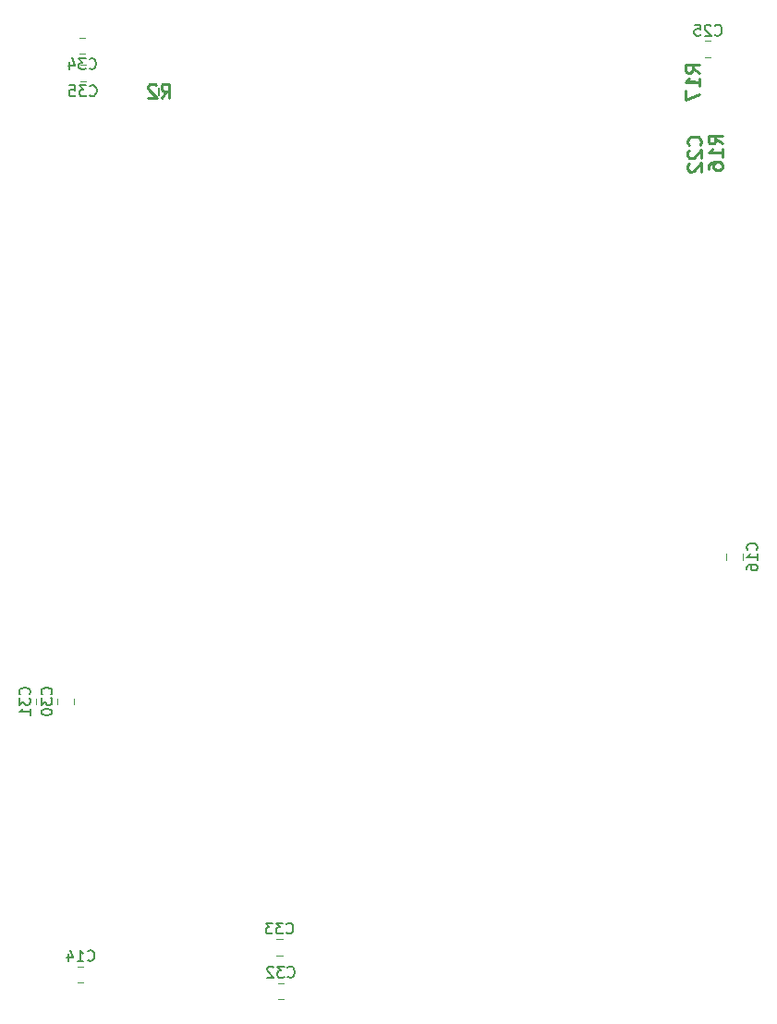
<source format=gbr>
%TF.GenerationSoftware,KiCad,Pcbnew,9.0.7*%
%TF.CreationDate,2026-02-25T22:32:00-06:00*%
%TF.ProjectId,circle_of_life,63697263-6c65-45f6-9f66-5f6c6966652e,rev?*%
%TF.SameCoordinates,Original*%
%TF.FileFunction,Legend,Bot*%
%TF.FilePolarity,Positive*%
%FSLAX46Y46*%
G04 Gerber Fmt 4.6, Leading zero omitted, Abs format (unit mm)*
G04 Created by KiCad (PCBNEW 9.0.7) date 2026-02-25 22:32:00*
%MOMM*%
%LPD*%
G01*
G04 APERTURE LIST*
%ADD10C,0.254000*%
%ADD11C,0.150000*%
%ADD12C,0.200000*%
%ADD13C,0.120000*%
G04 APERTURE END LIST*
D10*
X151174318Y-111693571D02*
X150569556Y-111270237D01*
X151174318Y-110967856D02*
X149904318Y-110967856D01*
X149904318Y-110967856D02*
X149904318Y-111451666D01*
X149904318Y-111451666D02*
X149964794Y-111572618D01*
X149964794Y-111572618D02*
X150025270Y-111633095D01*
X150025270Y-111633095D02*
X150146222Y-111693571D01*
X150146222Y-111693571D02*
X150327651Y-111693571D01*
X150327651Y-111693571D02*
X150448603Y-111633095D01*
X150448603Y-111633095D02*
X150509080Y-111572618D01*
X150509080Y-111572618D02*
X150569556Y-111451666D01*
X150569556Y-111451666D02*
X150569556Y-110967856D01*
X151174318Y-112903095D02*
X151174318Y-112177380D01*
X151174318Y-112540237D02*
X149904318Y-112540237D01*
X149904318Y-112540237D02*
X150085746Y-112419285D01*
X150085746Y-112419285D02*
X150206699Y-112298333D01*
X150206699Y-112298333D02*
X150267175Y-112177380D01*
X149904318Y-113326428D02*
X149904318Y-114173095D01*
X149904318Y-114173095D02*
X151174318Y-113628809D01*
D11*
X95292857Y-111259580D02*
X95340476Y-111307200D01*
X95340476Y-111307200D02*
X95483333Y-111354819D01*
X95483333Y-111354819D02*
X95578571Y-111354819D01*
X95578571Y-111354819D02*
X95721428Y-111307200D01*
X95721428Y-111307200D02*
X95816666Y-111211961D01*
X95816666Y-111211961D02*
X95864285Y-111116723D01*
X95864285Y-111116723D02*
X95911904Y-110926247D01*
X95911904Y-110926247D02*
X95911904Y-110783390D01*
X95911904Y-110783390D02*
X95864285Y-110592914D01*
X95864285Y-110592914D02*
X95816666Y-110497676D01*
X95816666Y-110497676D02*
X95721428Y-110402438D01*
X95721428Y-110402438D02*
X95578571Y-110354819D01*
X95578571Y-110354819D02*
X95483333Y-110354819D01*
X95483333Y-110354819D02*
X95340476Y-110402438D01*
X95340476Y-110402438D02*
X95292857Y-110450057D01*
X94959523Y-110354819D02*
X94340476Y-110354819D01*
X94340476Y-110354819D02*
X94673809Y-110735771D01*
X94673809Y-110735771D02*
X94530952Y-110735771D01*
X94530952Y-110735771D02*
X94435714Y-110783390D01*
X94435714Y-110783390D02*
X94388095Y-110831009D01*
X94388095Y-110831009D02*
X94340476Y-110926247D01*
X94340476Y-110926247D02*
X94340476Y-111164342D01*
X94340476Y-111164342D02*
X94388095Y-111259580D01*
X94388095Y-111259580D02*
X94435714Y-111307200D01*
X94435714Y-111307200D02*
X94530952Y-111354819D01*
X94530952Y-111354819D02*
X94816666Y-111354819D01*
X94816666Y-111354819D02*
X94911904Y-111307200D01*
X94911904Y-111307200D02*
X94959523Y-111259580D01*
X93483333Y-110688152D02*
X93483333Y-111354819D01*
X93721428Y-110307200D02*
X93959523Y-111021485D01*
X93959523Y-111021485D02*
X93340476Y-111021485D01*
X156439580Y-155387142D02*
X156487200Y-155339523D01*
X156487200Y-155339523D02*
X156534819Y-155196666D01*
X156534819Y-155196666D02*
X156534819Y-155101428D01*
X156534819Y-155101428D02*
X156487200Y-154958571D01*
X156487200Y-154958571D02*
X156391961Y-154863333D01*
X156391961Y-154863333D02*
X156296723Y-154815714D01*
X156296723Y-154815714D02*
X156106247Y-154768095D01*
X156106247Y-154768095D02*
X155963390Y-154768095D01*
X155963390Y-154768095D02*
X155772914Y-154815714D01*
X155772914Y-154815714D02*
X155677676Y-154863333D01*
X155677676Y-154863333D02*
X155582438Y-154958571D01*
X155582438Y-154958571D02*
X155534819Y-155101428D01*
X155534819Y-155101428D02*
X155534819Y-155196666D01*
X155534819Y-155196666D02*
X155582438Y-155339523D01*
X155582438Y-155339523D02*
X155630057Y-155387142D01*
X156534819Y-156339523D02*
X156534819Y-155768095D01*
X156534819Y-156053809D02*
X155534819Y-156053809D01*
X155534819Y-156053809D02*
X155677676Y-155958571D01*
X155677676Y-155958571D02*
X155772914Y-155863333D01*
X155772914Y-155863333D02*
X155820533Y-155768095D01*
X155534819Y-157196666D02*
X155534819Y-157006190D01*
X155534819Y-157006190D02*
X155582438Y-156910952D01*
X155582438Y-156910952D02*
X155630057Y-156863333D01*
X155630057Y-156863333D02*
X155772914Y-156768095D01*
X155772914Y-156768095D02*
X155963390Y-156720476D01*
X155963390Y-156720476D02*
X156344342Y-156720476D01*
X156344342Y-156720476D02*
X156439580Y-156768095D01*
X156439580Y-156768095D02*
X156487200Y-156815714D01*
X156487200Y-156815714D02*
X156534819Y-156910952D01*
X156534819Y-156910952D02*
X156534819Y-157101428D01*
X156534819Y-157101428D02*
X156487200Y-157196666D01*
X156487200Y-157196666D02*
X156439580Y-157244285D01*
X156439580Y-157244285D02*
X156344342Y-157291904D01*
X156344342Y-157291904D02*
X156106247Y-157291904D01*
X156106247Y-157291904D02*
X156011009Y-157244285D01*
X156011009Y-157244285D02*
X155963390Y-157196666D01*
X155963390Y-157196666D02*
X155915771Y-157101428D01*
X155915771Y-157101428D02*
X155915771Y-156910952D01*
X155915771Y-156910952D02*
X155963390Y-156815714D01*
X155963390Y-156815714D02*
X156011009Y-156768095D01*
X156011009Y-156768095D02*
X156106247Y-156720476D01*
D10*
X151253365Y-118313571D02*
X151313842Y-118253095D01*
X151313842Y-118253095D02*
X151374318Y-118071666D01*
X151374318Y-118071666D02*
X151374318Y-117950714D01*
X151374318Y-117950714D02*
X151313842Y-117769285D01*
X151313842Y-117769285D02*
X151192889Y-117648333D01*
X151192889Y-117648333D02*
X151071937Y-117587856D01*
X151071937Y-117587856D02*
X150830032Y-117527380D01*
X150830032Y-117527380D02*
X150648603Y-117527380D01*
X150648603Y-117527380D02*
X150406699Y-117587856D01*
X150406699Y-117587856D02*
X150285746Y-117648333D01*
X150285746Y-117648333D02*
X150164794Y-117769285D01*
X150164794Y-117769285D02*
X150104318Y-117950714D01*
X150104318Y-117950714D02*
X150104318Y-118071666D01*
X150104318Y-118071666D02*
X150164794Y-118253095D01*
X150164794Y-118253095D02*
X150225270Y-118313571D01*
X150225270Y-118797380D02*
X150164794Y-118857856D01*
X150164794Y-118857856D02*
X150104318Y-118978809D01*
X150104318Y-118978809D02*
X150104318Y-119281190D01*
X150104318Y-119281190D02*
X150164794Y-119402142D01*
X150164794Y-119402142D02*
X150225270Y-119462618D01*
X150225270Y-119462618D02*
X150346222Y-119523095D01*
X150346222Y-119523095D02*
X150467175Y-119523095D01*
X150467175Y-119523095D02*
X150648603Y-119462618D01*
X150648603Y-119462618D02*
X151374318Y-118736904D01*
X151374318Y-118736904D02*
X151374318Y-119523095D01*
X150225270Y-120006904D02*
X150164794Y-120067380D01*
X150164794Y-120067380D02*
X150104318Y-120188333D01*
X150104318Y-120188333D02*
X150104318Y-120490714D01*
X150104318Y-120490714D02*
X150164794Y-120611666D01*
X150164794Y-120611666D02*
X150225270Y-120672142D01*
X150225270Y-120672142D02*
X150346222Y-120732619D01*
X150346222Y-120732619D02*
X150467175Y-120732619D01*
X150467175Y-120732619D02*
X150648603Y-120672142D01*
X150648603Y-120672142D02*
X151374318Y-119946428D01*
X151374318Y-119946428D02*
X151374318Y-120732619D01*
D11*
X95332857Y-113739580D02*
X95380476Y-113787200D01*
X95380476Y-113787200D02*
X95523333Y-113834819D01*
X95523333Y-113834819D02*
X95618571Y-113834819D01*
X95618571Y-113834819D02*
X95761428Y-113787200D01*
X95761428Y-113787200D02*
X95856666Y-113691961D01*
X95856666Y-113691961D02*
X95904285Y-113596723D01*
X95904285Y-113596723D02*
X95951904Y-113406247D01*
X95951904Y-113406247D02*
X95951904Y-113263390D01*
X95951904Y-113263390D02*
X95904285Y-113072914D01*
X95904285Y-113072914D02*
X95856666Y-112977676D01*
X95856666Y-112977676D02*
X95761428Y-112882438D01*
X95761428Y-112882438D02*
X95618571Y-112834819D01*
X95618571Y-112834819D02*
X95523333Y-112834819D01*
X95523333Y-112834819D02*
X95380476Y-112882438D01*
X95380476Y-112882438D02*
X95332857Y-112930057D01*
X94999523Y-112834819D02*
X94380476Y-112834819D01*
X94380476Y-112834819D02*
X94713809Y-113215771D01*
X94713809Y-113215771D02*
X94570952Y-113215771D01*
X94570952Y-113215771D02*
X94475714Y-113263390D01*
X94475714Y-113263390D02*
X94428095Y-113311009D01*
X94428095Y-113311009D02*
X94380476Y-113406247D01*
X94380476Y-113406247D02*
X94380476Y-113644342D01*
X94380476Y-113644342D02*
X94428095Y-113739580D01*
X94428095Y-113739580D02*
X94475714Y-113787200D01*
X94475714Y-113787200D02*
X94570952Y-113834819D01*
X94570952Y-113834819D02*
X94856666Y-113834819D01*
X94856666Y-113834819D02*
X94951904Y-113787200D01*
X94951904Y-113787200D02*
X94999523Y-113739580D01*
X93475714Y-112834819D02*
X93951904Y-112834819D01*
X93951904Y-112834819D02*
X93999523Y-113311009D01*
X93999523Y-113311009D02*
X93951904Y-113263390D01*
X93951904Y-113263390D02*
X93856666Y-113215771D01*
X93856666Y-113215771D02*
X93618571Y-113215771D01*
X93618571Y-113215771D02*
X93523333Y-113263390D01*
X93523333Y-113263390D02*
X93475714Y-113311009D01*
X93475714Y-113311009D02*
X93428095Y-113406247D01*
X93428095Y-113406247D02*
X93428095Y-113644342D01*
X93428095Y-113644342D02*
X93475714Y-113739580D01*
X93475714Y-113739580D02*
X93523333Y-113787200D01*
X93523333Y-113787200D02*
X93618571Y-113834819D01*
X93618571Y-113834819D02*
X93856666Y-113834819D01*
X93856666Y-113834819D02*
X93951904Y-113787200D01*
X93951904Y-113787200D02*
X93999523Y-113739580D01*
X152628653Y-108189580D02*
X152676272Y-108237200D01*
X152676272Y-108237200D02*
X152819129Y-108284819D01*
X152819129Y-108284819D02*
X152914367Y-108284819D01*
X152914367Y-108284819D02*
X153057224Y-108237200D01*
X153057224Y-108237200D02*
X153152462Y-108141961D01*
X153152462Y-108141961D02*
X153200081Y-108046723D01*
X153200081Y-108046723D02*
X153247700Y-107856247D01*
X153247700Y-107856247D02*
X153247700Y-107713390D01*
X153247700Y-107713390D02*
X153200081Y-107522914D01*
X153200081Y-107522914D02*
X153152462Y-107427676D01*
X153152462Y-107427676D02*
X153057224Y-107332438D01*
X153057224Y-107332438D02*
X152914367Y-107284819D01*
X152914367Y-107284819D02*
X152819129Y-107284819D01*
X152819129Y-107284819D02*
X152676272Y-107332438D01*
X152676272Y-107332438D02*
X152628653Y-107380057D01*
X152247700Y-107380057D02*
X152200081Y-107332438D01*
X152200081Y-107332438D02*
X152104843Y-107284819D01*
X152104843Y-107284819D02*
X151866748Y-107284819D01*
X151866748Y-107284819D02*
X151771510Y-107332438D01*
X151771510Y-107332438D02*
X151723891Y-107380057D01*
X151723891Y-107380057D02*
X151676272Y-107475295D01*
X151676272Y-107475295D02*
X151676272Y-107570533D01*
X151676272Y-107570533D02*
X151723891Y-107713390D01*
X151723891Y-107713390D02*
X152295319Y-108284819D01*
X152295319Y-108284819D02*
X151676272Y-108284819D01*
X150771510Y-107284819D02*
X151247700Y-107284819D01*
X151247700Y-107284819D02*
X151295319Y-107761009D01*
X151295319Y-107761009D02*
X151247700Y-107713390D01*
X151247700Y-107713390D02*
X151152462Y-107665771D01*
X151152462Y-107665771D02*
X150914367Y-107665771D01*
X150914367Y-107665771D02*
X150819129Y-107713390D01*
X150819129Y-107713390D02*
X150771510Y-107761009D01*
X150771510Y-107761009D02*
X150723891Y-107856247D01*
X150723891Y-107856247D02*
X150723891Y-108094342D01*
X150723891Y-108094342D02*
X150771510Y-108189580D01*
X150771510Y-108189580D02*
X150819129Y-108237200D01*
X150819129Y-108237200D02*
X150914367Y-108284819D01*
X150914367Y-108284819D02*
X151152462Y-108284819D01*
X151152462Y-108284819D02*
X151247700Y-108237200D01*
X151247700Y-108237200D02*
X151295319Y-108189580D01*
D10*
X153274318Y-118183571D02*
X152669556Y-117760237D01*
X153274318Y-117457856D02*
X152004318Y-117457856D01*
X152004318Y-117457856D02*
X152004318Y-117941666D01*
X152004318Y-117941666D02*
X152064794Y-118062618D01*
X152064794Y-118062618D02*
X152125270Y-118123095D01*
X152125270Y-118123095D02*
X152246222Y-118183571D01*
X152246222Y-118183571D02*
X152427651Y-118183571D01*
X152427651Y-118183571D02*
X152548603Y-118123095D01*
X152548603Y-118123095D02*
X152609080Y-118062618D01*
X152609080Y-118062618D02*
X152669556Y-117941666D01*
X152669556Y-117941666D02*
X152669556Y-117457856D01*
X153274318Y-119393095D02*
X153274318Y-118667380D01*
X153274318Y-119030237D02*
X152004318Y-119030237D01*
X152004318Y-119030237D02*
X152185746Y-118909285D01*
X152185746Y-118909285D02*
X152306699Y-118788333D01*
X152306699Y-118788333D02*
X152367175Y-118667380D01*
X152004318Y-120481666D02*
X152004318Y-120239761D01*
X152004318Y-120239761D02*
X152064794Y-120118809D01*
X152064794Y-120118809D02*
X152125270Y-120058333D01*
X152125270Y-120058333D02*
X152306699Y-119937380D01*
X152306699Y-119937380D02*
X152548603Y-119876904D01*
X152548603Y-119876904D02*
X153032413Y-119876904D01*
X153032413Y-119876904D02*
X153153365Y-119937380D01*
X153153365Y-119937380D02*
X153213842Y-119997857D01*
X153213842Y-119997857D02*
X153274318Y-120118809D01*
X153274318Y-120118809D02*
X153274318Y-120360714D01*
X153274318Y-120360714D02*
X153213842Y-120481666D01*
X153213842Y-120481666D02*
X153153365Y-120542142D01*
X153153365Y-120542142D02*
X153032413Y-120602619D01*
X153032413Y-120602619D02*
X152730032Y-120602619D01*
X152730032Y-120602619D02*
X152609080Y-120542142D01*
X152609080Y-120542142D02*
X152548603Y-120481666D01*
X152548603Y-120481666D02*
X152488127Y-120360714D01*
X152488127Y-120360714D02*
X152488127Y-120118809D01*
X152488127Y-120118809D02*
X152548603Y-119997857D01*
X152548603Y-119997857D02*
X152609080Y-119937380D01*
X152609080Y-119937380D02*
X152730032Y-119876904D01*
D11*
X113472857Y-194479580D02*
X113520476Y-194527200D01*
X113520476Y-194527200D02*
X113663333Y-194574819D01*
X113663333Y-194574819D02*
X113758571Y-194574819D01*
X113758571Y-194574819D02*
X113901428Y-194527200D01*
X113901428Y-194527200D02*
X113996666Y-194431961D01*
X113996666Y-194431961D02*
X114044285Y-194336723D01*
X114044285Y-194336723D02*
X114091904Y-194146247D01*
X114091904Y-194146247D02*
X114091904Y-194003390D01*
X114091904Y-194003390D02*
X114044285Y-193812914D01*
X114044285Y-193812914D02*
X113996666Y-193717676D01*
X113996666Y-193717676D02*
X113901428Y-193622438D01*
X113901428Y-193622438D02*
X113758571Y-193574819D01*
X113758571Y-193574819D02*
X113663333Y-193574819D01*
X113663333Y-193574819D02*
X113520476Y-193622438D01*
X113520476Y-193622438D02*
X113472857Y-193670057D01*
X113139523Y-193574819D02*
X112520476Y-193574819D01*
X112520476Y-193574819D02*
X112853809Y-193955771D01*
X112853809Y-193955771D02*
X112710952Y-193955771D01*
X112710952Y-193955771D02*
X112615714Y-194003390D01*
X112615714Y-194003390D02*
X112568095Y-194051009D01*
X112568095Y-194051009D02*
X112520476Y-194146247D01*
X112520476Y-194146247D02*
X112520476Y-194384342D01*
X112520476Y-194384342D02*
X112568095Y-194479580D01*
X112568095Y-194479580D02*
X112615714Y-194527200D01*
X112615714Y-194527200D02*
X112710952Y-194574819D01*
X112710952Y-194574819D02*
X112996666Y-194574819D01*
X112996666Y-194574819D02*
X113091904Y-194527200D01*
X113091904Y-194527200D02*
X113139523Y-194479580D01*
X112139523Y-193670057D02*
X112091904Y-193622438D01*
X112091904Y-193622438D02*
X111996666Y-193574819D01*
X111996666Y-193574819D02*
X111758571Y-193574819D01*
X111758571Y-193574819D02*
X111663333Y-193622438D01*
X111663333Y-193622438D02*
X111615714Y-193670057D01*
X111615714Y-193670057D02*
X111568095Y-193765295D01*
X111568095Y-193765295D02*
X111568095Y-193860533D01*
X111568095Y-193860533D02*
X111615714Y-194003390D01*
X111615714Y-194003390D02*
X112187142Y-194574819D01*
X112187142Y-194574819D02*
X111568095Y-194574819D01*
D10*
X101891666Y-113974318D02*
X102315000Y-113369556D01*
X102617381Y-113974318D02*
X102617381Y-112704318D01*
X102617381Y-112704318D02*
X102133571Y-112704318D01*
X102133571Y-112704318D02*
X102012619Y-112764794D01*
X102012619Y-112764794D02*
X101952142Y-112825270D01*
X101952142Y-112825270D02*
X101891666Y-112946222D01*
X101891666Y-112946222D02*
X101891666Y-113127651D01*
X101891666Y-113127651D02*
X101952142Y-113248603D01*
X101952142Y-113248603D02*
X102012619Y-113309080D01*
X102012619Y-113309080D02*
X102133571Y-113369556D01*
X102133571Y-113369556D02*
X102617381Y-113369556D01*
X101407857Y-112825270D02*
X101347381Y-112764794D01*
X101347381Y-112764794D02*
X101226428Y-112704318D01*
X101226428Y-112704318D02*
X100924047Y-112704318D01*
X100924047Y-112704318D02*
X100803095Y-112764794D01*
X100803095Y-112764794D02*
X100742619Y-112825270D01*
X100742619Y-112825270D02*
X100682142Y-112946222D01*
X100682142Y-112946222D02*
X100682142Y-113067175D01*
X100682142Y-113067175D02*
X100742619Y-113248603D01*
X100742619Y-113248603D02*
X101468333Y-113974318D01*
X101468333Y-113974318D02*
X100682142Y-113974318D01*
D11*
X95142857Y-192979580D02*
X95190476Y-193027200D01*
X95190476Y-193027200D02*
X95333333Y-193074819D01*
X95333333Y-193074819D02*
X95428571Y-193074819D01*
X95428571Y-193074819D02*
X95571428Y-193027200D01*
X95571428Y-193027200D02*
X95666666Y-192931961D01*
X95666666Y-192931961D02*
X95714285Y-192836723D01*
X95714285Y-192836723D02*
X95761904Y-192646247D01*
X95761904Y-192646247D02*
X95761904Y-192503390D01*
X95761904Y-192503390D02*
X95714285Y-192312914D01*
X95714285Y-192312914D02*
X95666666Y-192217676D01*
X95666666Y-192217676D02*
X95571428Y-192122438D01*
X95571428Y-192122438D02*
X95428571Y-192074819D01*
X95428571Y-192074819D02*
X95333333Y-192074819D01*
X95333333Y-192074819D02*
X95190476Y-192122438D01*
X95190476Y-192122438D02*
X95142857Y-192170057D01*
X94190476Y-193074819D02*
X94761904Y-193074819D01*
X94476190Y-193074819D02*
X94476190Y-192074819D01*
X94476190Y-192074819D02*
X94571428Y-192217676D01*
X94571428Y-192217676D02*
X94666666Y-192312914D01*
X94666666Y-192312914D02*
X94761904Y-192360533D01*
X93333333Y-192408152D02*
X93333333Y-193074819D01*
X93571428Y-192027200D02*
X93809523Y-192741485D01*
X93809523Y-192741485D02*
X93190476Y-192741485D01*
X91779580Y-168627142D02*
X91827200Y-168579523D01*
X91827200Y-168579523D02*
X91874819Y-168436666D01*
X91874819Y-168436666D02*
X91874819Y-168341428D01*
X91874819Y-168341428D02*
X91827200Y-168198571D01*
X91827200Y-168198571D02*
X91731961Y-168103333D01*
X91731961Y-168103333D02*
X91636723Y-168055714D01*
X91636723Y-168055714D02*
X91446247Y-168008095D01*
X91446247Y-168008095D02*
X91303390Y-168008095D01*
X91303390Y-168008095D02*
X91112914Y-168055714D01*
X91112914Y-168055714D02*
X91017676Y-168103333D01*
X91017676Y-168103333D02*
X90922438Y-168198571D01*
X90922438Y-168198571D02*
X90874819Y-168341428D01*
X90874819Y-168341428D02*
X90874819Y-168436666D01*
X90874819Y-168436666D02*
X90922438Y-168579523D01*
X90922438Y-168579523D02*
X90970057Y-168627142D01*
X90874819Y-168960476D02*
X90874819Y-169579523D01*
X90874819Y-169579523D02*
X91255771Y-169246190D01*
X91255771Y-169246190D02*
X91255771Y-169389047D01*
X91255771Y-169389047D02*
X91303390Y-169484285D01*
X91303390Y-169484285D02*
X91351009Y-169531904D01*
X91351009Y-169531904D02*
X91446247Y-169579523D01*
X91446247Y-169579523D02*
X91684342Y-169579523D01*
X91684342Y-169579523D02*
X91779580Y-169531904D01*
X91779580Y-169531904D02*
X91827200Y-169484285D01*
X91827200Y-169484285D02*
X91874819Y-169389047D01*
X91874819Y-169389047D02*
X91874819Y-169103333D01*
X91874819Y-169103333D02*
X91827200Y-169008095D01*
X91827200Y-169008095D02*
X91779580Y-168960476D01*
X90874819Y-170198571D02*
X90874819Y-170293809D01*
X90874819Y-170293809D02*
X90922438Y-170389047D01*
X90922438Y-170389047D02*
X90970057Y-170436666D01*
X90970057Y-170436666D02*
X91065295Y-170484285D01*
X91065295Y-170484285D02*
X91255771Y-170531904D01*
X91255771Y-170531904D02*
X91493866Y-170531904D01*
X91493866Y-170531904D02*
X91684342Y-170484285D01*
X91684342Y-170484285D02*
X91779580Y-170436666D01*
X91779580Y-170436666D02*
X91827200Y-170389047D01*
X91827200Y-170389047D02*
X91874819Y-170293809D01*
X91874819Y-170293809D02*
X91874819Y-170198571D01*
X91874819Y-170198571D02*
X91827200Y-170103333D01*
X91827200Y-170103333D02*
X91779580Y-170055714D01*
X91779580Y-170055714D02*
X91684342Y-170008095D01*
X91684342Y-170008095D02*
X91493866Y-169960476D01*
X91493866Y-169960476D02*
X91255771Y-169960476D01*
X91255771Y-169960476D02*
X91065295Y-170008095D01*
X91065295Y-170008095D02*
X90970057Y-170055714D01*
X90970057Y-170055714D02*
X90922438Y-170103333D01*
X90922438Y-170103333D02*
X90874819Y-170198571D01*
X89779580Y-168627142D02*
X89827200Y-168579523D01*
X89827200Y-168579523D02*
X89874819Y-168436666D01*
X89874819Y-168436666D02*
X89874819Y-168341428D01*
X89874819Y-168341428D02*
X89827200Y-168198571D01*
X89827200Y-168198571D02*
X89731961Y-168103333D01*
X89731961Y-168103333D02*
X89636723Y-168055714D01*
X89636723Y-168055714D02*
X89446247Y-168008095D01*
X89446247Y-168008095D02*
X89303390Y-168008095D01*
X89303390Y-168008095D02*
X89112914Y-168055714D01*
X89112914Y-168055714D02*
X89017676Y-168103333D01*
X89017676Y-168103333D02*
X88922438Y-168198571D01*
X88922438Y-168198571D02*
X88874819Y-168341428D01*
X88874819Y-168341428D02*
X88874819Y-168436666D01*
X88874819Y-168436666D02*
X88922438Y-168579523D01*
X88922438Y-168579523D02*
X88970057Y-168627142D01*
X88874819Y-168960476D02*
X88874819Y-169579523D01*
X88874819Y-169579523D02*
X89255771Y-169246190D01*
X89255771Y-169246190D02*
X89255771Y-169389047D01*
X89255771Y-169389047D02*
X89303390Y-169484285D01*
X89303390Y-169484285D02*
X89351009Y-169531904D01*
X89351009Y-169531904D02*
X89446247Y-169579523D01*
X89446247Y-169579523D02*
X89684342Y-169579523D01*
X89684342Y-169579523D02*
X89779580Y-169531904D01*
X89779580Y-169531904D02*
X89827200Y-169484285D01*
X89827200Y-169484285D02*
X89874819Y-169389047D01*
X89874819Y-169389047D02*
X89874819Y-169103333D01*
X89874819Y-169103333D02*
X89827200Y-169008095D01*
X89827200Y-169008095D02*
X89779580Y-168960476D01*
X89874819Y-170531904D02*
X89874819Y-169960476D01*
X89874819Y-170246190D02*
X88874819Y-170246190D01*
X88874819Y-170246190D02*
X89017676Y-170150952D01*
X89017676Y-170150952D02*
X89112914Y-170055714D01*
X89112914Y-170055714D02*
X89160533Y-169960476D01*
X113352857Y-190479580D02*
X113400476Y-190527200D01*
X113400476Y-190527200D02*
X113543333Y-190574819D01*
X113543333Y-190574819D02*
X113638571Y-190574819D01*
X113638571Y-190574819D02*
X113781428Y-190527200D01*
X113781428Y-190527200D02*
X113876666Y-190431961D01*
X113876666Y-190431961D02*
X113924285Y-190336723D01*
X113924285Y-190336723D02*
X113971904Y-190146247D01*
X113971904Y-190146247D02*
X113971904Y-190003390D01*
X113971904Y-190003390D02*
X113924285Y-189812914D01*
X113924285Y-189812914D02*
X113876666Y-189717676D01*
X113876666Y-189717676D02*
X113781428Y-189622438D01*
X113781428Y-189622438D02*
X113638571Y-189574819D01*
X113638571Y-189574819D02*
X113543333Y-189574819D01*
X113543333Y-189574819D02*
X113400476Y-189622438D01*
X113400476Y-189622438D02*
X113352857Y-189670057D01*
X113019523Y-189574819D02*
X112400476Y-189574819D01*
X112400476Y-189574819D02*
X112733809Y-189955771D01*
X112733809Y-189955771D02*
X112590952Y-189955771D01*
X112590952Y-189955771D02*
X112495714Y-190003390D01*
X112495714Y-190003390D02*
X112448095Y-190051009D01*
X112448095Y-190051009D02*
X112400476Y-190146247D01*
X112400476Y-190146247D02*
X112400476Y-190384342D01*
X112400476Y-190384342D02*
X112448095Y-190479580D01*
X112448095Y-190479580D02*
X112495714Y-190527200D01*
X112495714Y-190527200D02*
X112590952Y-190574819D01*
X112590952Y-190574819D02*
X112876666Y-190574819D01*
X112876666Y-190574819D02*
X112971904Y-190527200D01*
X112971904Y-190527200D02*
X113019523Y-190479580D01*
X112067142Y-189574819D02*
X111448095Y-189574819D01*
X111448095Y-189574819D02*
X111781428Y-189955771D01*
X111781428Y-189955771D02*
X111638571Y-189955771D01*
X111638571Y-189955771D02*
X111543333Y-190003390D01*
X111543333Y-190003390D02*
X111495714Y-190051009D01*
X111495714Y-190051009D02*
X111448095Y-190146247D01*
X111448095Y-190146247D02*
X111448095Y-190384342D01*
X111448095Y-190384342D02*
X111495714Y-190479580D01*
X111495714Y-190479580D02*
X111543333Y-190527200D01*
X111543333Y-190527200D02*
X111638571Y-190574819D01*
X111638571Y-190574819D02*
X111924285Y-190574819D01*
X111924285Y-190574819D02*
X112019523Y-190527200D01*
X112019523Y-190527200D02*
X112067142Y-190479580D01*
D12*
%TO.C,R17*%
X150900000Y-112510000D02*
X150300000Y-112510000D01*
D13*
%TO.C,C34*%
X94388748Y-108485000D02*
X94911252Y-108485000D01*
X94388748Y-109955000D02*
X94911252Y-109955000D01*
%TO.C,C16*%
X153665000Y-156291252D02*
X153665000Y-155768748D01*
X155135000Y-156291252D02*
X155135000Y-155768748D01*
%TO.C,C35*%
X94428748Y-110965000D02*
X94951252Y-110965000D01*
X94428748Y-112435000D02*
X94951252Y-112435000D01*
%TO.C,C25*%
X152247048Y-108775000D02*
X151724544Y-108775000D01*
X152247048Y-110245000D02*
X151724544Y-110245000D01*
D12*
%TO.C,R16*%
X152400000Y-119000000D02*
X153000000Y-119000000D01*
D13*
%TO.C,C32*%
X113091252Y-195065000D02*
X112568748Y-195065000D01*
X113091252Y-196535000D02*
X112568748Y-196535000D01*
D12*
%TO.C,R2*%
X101680000Y-113700000D02*
X101680000Y-113100000D01*
D13*
%TO.C,C14*%
X94761252Y-193565000D02*
X94238748Y-193565000D01*
X94761252Y-195035000D02*
X94238748Y-195035000D01*
%TO.C,C30*%
X92365000Y-169008748D02*
X92365000Y-169531252D01*
X93835000Y-169008748D02*
X93835000Y-169531252D01*
%TO.C,C31*%
X90365000Y-169008748D02*
X90365000Y-169531252D01*
X91835000Y-169008748D02*
X91835000Y-169531252D01*
%TO.C,C33*%
X112971252Y-191065000D02*
X112448748Y-191065000D01*
X112971252Y-192535000D02*
X112448748Y-192535000D01*
%TD*%
M02*

</source>
